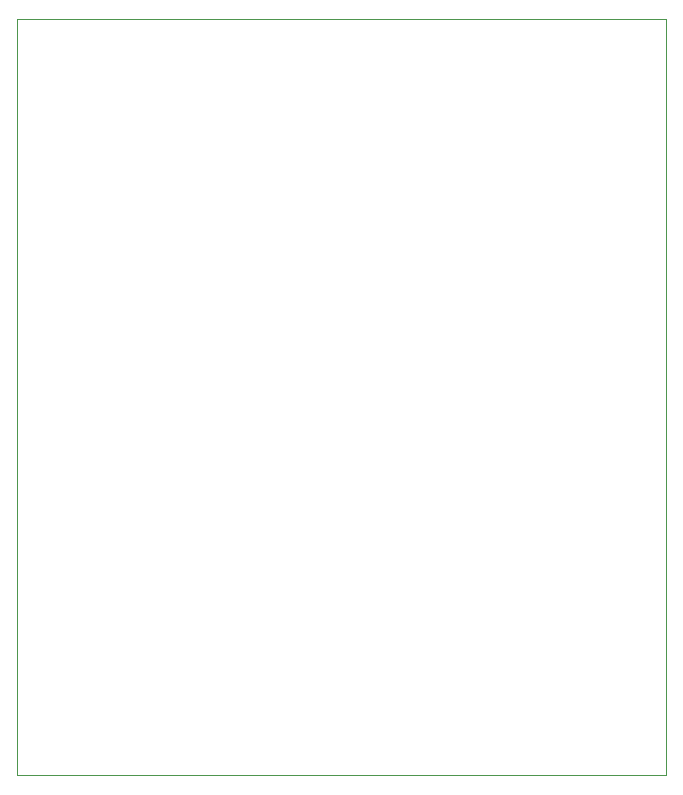
<source format=gbr>
%TF.GenerationSoftware,KiCad,Pcbnew,(5.99.0-12717-g57c7d663b0)*%
%TF.CreationDate,2021-10-22T19:22:42+02:00*%
%TF.ProjectId,video_converter,76696465-6f5f-4636-9f6e-766572746572,rev?*%
%TF.SameCoordinates,Original*%
%TF.FileFunction,Profile,NP*%
%FSLAX46Y46*%
G04 Gerber Fmt 4.6, Leading zero omitted, Abs format (unit mm)*
G04 Created by KiCad (PCBNEW (5.99.0-12717-g57c7d663b0)) date 2021-10-22 19:22:42*
%MOMM*%
%LPD*%
G01*
G04 APERTURE LIST*
%TA.AperFunction,Profile*%
%ADD10C,0.100000*%
%TD*%
G04 APERTURE END LIST*
D10*
X114046000Y-56896000D02*
X169037000Y-56896000D01*
X169037000Y-56896000D02*
X169037000Y-120904000D01*
X169037000Y-120904000D02*
X114046000Y-120904000D01*
X114046000Y-120904000D02*
X114046000Y-56896000D01*
M02*

</source>
